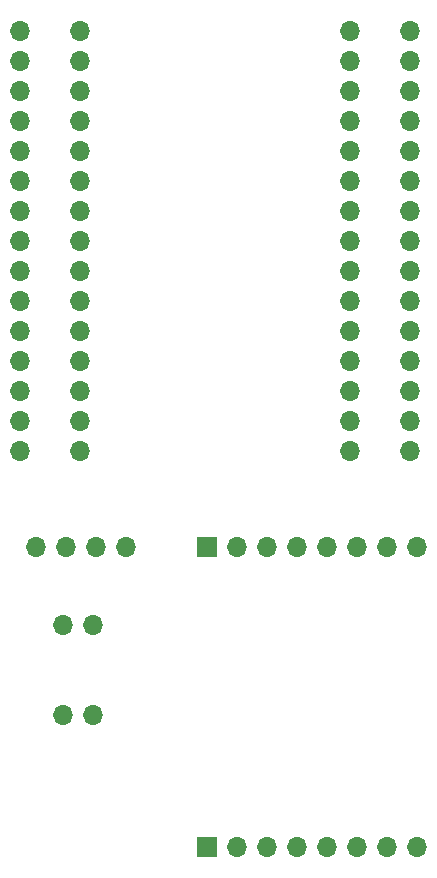
<source format=gbr>
%TF.GenerationSoftware,KiCad,Pcbnew,7.0.7*%
%TF.CreationDate,2023-09-27T12:22:37+02:00*%
%TF.ProjectId,EEE4022S Receiver Circuit,45454534-3032-4325-9320-526563656976,rev?*%
%TF.SameCoordinates,Original*%
%TF.FileFunction,Soldermask,Top*%
%TF.FilePolarity,Negative*%
%FSLAX46Y46*%
G04 Gerber Fmt 4.6, Leading zero omitted, Abs format (unit mm)*
G04 Created by KiCad (PCBNEW 7.0.7) date 2023-09-27 12:22:37*
%MOMM*%
%LPD*%
G01*
G04 APERTURE LIST*
%ADD10O,1.700000X1.700000*%
%ADD11R,1.700000X1.700000*%
G04 APERTURE END LIST*
D10*
%TO.C,U1*%
X119355000Y-107158000D03*
X114275000Y-107158000D03*
X119355000Y-104618000D03*
X114275000Y-104618000D03*
X119355000Y-102078000D03*
X114275000Y-102078000D03*
X119355000Y-99538000D03*
X114275000Y-99538000D03*
X119355000Y-96998000D03*
X114275000Y-96998000D03*
X119355000Y-94458000D03*
X114275000Y-94458000D03*
X119355000Y-91918000D03*
X114275000Y-91918000D03*
X119355000Y-89378000D03*
X114275000Y-89378000D03*
X119355000Y-86838000D03*
X114275000Y-86838000D03*
X119355000Y-84298000D03*
X114275000Y-84298000D03*
X119355000Y-81758000D03*
X114275000Y-81758000D03*
X119355000Y-79218000D03*
X114275000Y-79218000D03*
X119355000Y-76678000D03*
X114275000Y-76678000D03*
X119355000Y-74138000D03*
X114275000Y-74138000D03*
X119355000Y-71598000D03*
X114275000Y-71598000D03*
X91415000Y-107158000D03*
X86335000Y-107158000D03*
X91415000Y-104618000D03*
X86335000Y-104618000D03*
X91415000Y-102078000D03*
X86335000Y-102078000D03*
X91415000Y-99538000D03*
X86335000Y-99538000D03*
X91415000Y-96998000D03*
X86335000Y-96998000D03*
X91415000Y-94458000D03*
X86335000Y-94458000D03*
X91415000Y-91918000D03*
X86335000Y-91918000D03*
X91415000Y-89378000D03*
X86335000Y-89378000D03*
X91415000Y-86838000D03*
X86335000Y-86838000D03*
X91415000Y-84298000D03*
X86335000Y-84298000D03*
X91415000Y-81758000D03*
X86335000Y-81758000D03*
X91415000Y-79218000D03*
X86335000Y-79218000D03*
X91415000Y-76678000D03*
X86335000Y-76678000D03*
X91415000Y-74138000D03*
X86335000Y-74138000D03*
X91415000Y-71598000D03*
X86335000Y-71598000D03*
%TD*%
D11*
%TO.C,U4*%
X102123000Y-115291000D03*
D10*
X104663000Y-115291000D03*
X107203000Y-115291000D03*
X109743000Y-115291000D03*
X112283000Y-115291000D03*
X114823000Y-115291000D03*
X117363000Y-115291000D03*
X119903000Y-115291000D03*
D11*
X102123000Y-140691000D03*
D10*
X104663000Y-140691000D03*
X107203000Y-140691000D03*
X109743000Y-140691000D03*
X112283000Y-140691000D03*
X114823000Y-140691000D03*
X117363000Y-140691000D03*
X119903000Y-140691000D03*
%TD*%
%TO.C,U2*%
X89916000Y-129540000D03*
X92456000Y-129540000D03*
X89916000Y-121920000D03*
X92456000Y-121920000D03*
%TD*%
%TO.C,U5*%
X87630000Y-115316000D03*
X90170000Y-115316000D03*
X92710000Y-115316000D03*
X95250000Y-115316000D03*
%TD*%
M02*

</source>
